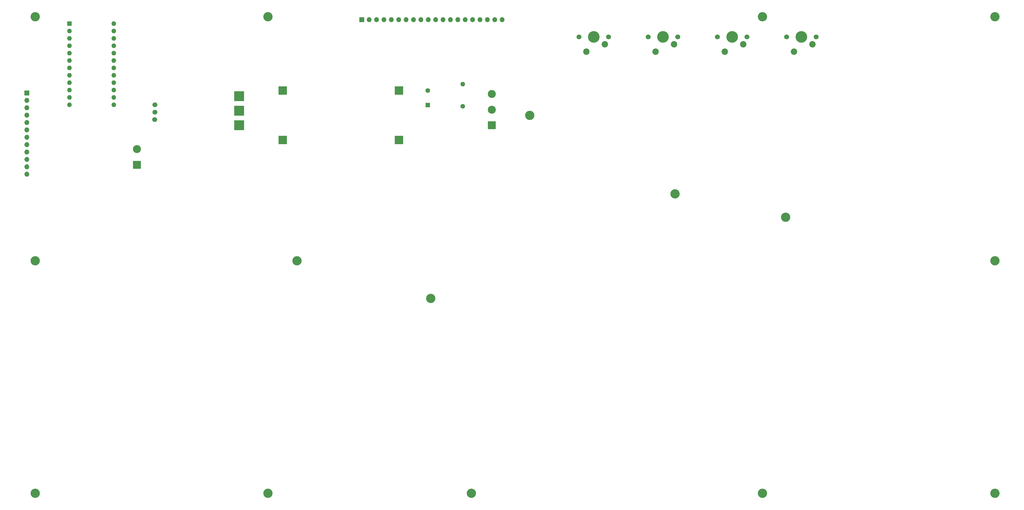
<source format=gts>
G04 #@! TF.GenerationSoftware,KiCad,Pcbnew,8.0.2*
G04 #@! TF.CreationDate,2024-07-25T20:56:57+08:00*
G04 #@! TF.ProjectId,hitbox,68697462-6f78-42e6-9b69-6361645f7063,rev?*
G04 #@! TF.SameCoordinates,Original*
G04 #@! TF.FileFunction,Soldermask,Top*
G04 #@! TF.FilePolarity,Negative*
%FSLAX46Y46*%
G04 Gerber Fmt 4.6, Leading zero omitted, Abs format (unit mm)*
G04 Created by KiCad (PCBNEW 8.0.2) date 2024-07-25 20:56:57*
%MOMM*%
%LPD*%
G01*
G04 APERTURE LIST*
G04 Aperture macros list*
%AMRoundRect*
0 Rectangle with rounded corners*
0 $1 Rounding radius*
0 $2 $3 $4 $5 $6 $7 $8 $9 X,Y pos of 4 corners*
0 Add a 4 corners polygon primitive as box body*
4,1,4,$2,$3,$4,$5,$6,$7,$8,$9,$2,$3,0*
0 Add four circle primitives for the rounded corners*
1,1,$1+$1,$2,$3*
1,1,$1+$1,$4,$5*
1,1,$1+$1,$6,$7*
1,1,$1+$1,$8,$9*
0 Add four rect primitives between the rounded corners*
20,1,$1+$1,$2,$3,$4,$5,0*
20,1,$1+$1,$4,$5,$6,$7,0*
20,1,$1+$1,$6,$7,$8,$9,0*
20,1,$1+$1,$8,$9,$2,$3,0*%
G04 Aperture macros list end*
%ADD10C,3.200000*%
%ADD11C,1.700000*%
%ADD12C,4.000000*%
%ADD13C,2.200000*%
%ADD14R,1.600000X1.600000*%
%ADD15O,1.600000X1.600000*%
%ADD16R,1.700000X1.700000*%
%ADD17O,1.700000X1.700000*%
%ADD18RoundRect,0.250000X1.125000X-1.125000X1.125000X1.125000X-1.125000X1.125000X-1.125000X-1.125000X0*%
%ADD19C,2.750000*%
%ADD20C,1.600000*%
%ADD21R,3.500000X3.500000*%
%ADD22R,3.000000X3.000000*%
G04 APERTURE END LIST*
D10*
X230000000Y-180000000D03*
X-20000000Y-100000000D03*
X230000000Y-16000000D03*
D11*
X248517500Y-23000000D03*
D12*
X243437500Y-23000000D03*
D11*
X238357500Y-23000000D03*
D13*
X240897500Y-28080000D03*
X247247500Y-25540000D03*
D10*
X60000000Y-180000000D03*
X150000000Y-50000000D03*
D11*
X177080000Y-23000000D03*
D12*
X172000000Y-23000000D03*
D11*
X166920000Y-23000000D03*
D13*
X169460000Y-28080000D03*
X175810000Y-25540000D03*
D11*
X200892500Y-23000000D03*
D12*
X195812500Y-23000000D03*
D11*
X190732500Y-23000000D03*
D13*
X193272500Y-28080000D03*
X199622500Y-25540000D03*
D10*
X310000000Y-16000000D03*
D14*
X-8240000Y-18380000D03*
D15*
X-8240000Y-20920000D03*
X-8240000Y-23460000D03*
X-8240000Y-26000000D03*
X-8240000Y-28540000D03*
X-8240000Y-31080000D03*
X-8240000Y-33620000D03*
X-8240000Y-36160000D03*
X-8240000Y-38700000D03*
X-8240000Y-41240000D03*
X-8240000Y-43780000D03*
X-8240000Y-46320000D03*
X7000000Y-46320000D03*
X7000000Y-43780000D03*
X7000000Y-41240000D03*
X7000000Y-38700000D03*
X7000000Y-36160000D03*
X7000000Y-33620000D03*
X7000000Y-31080000D03*
X7000000Y-28540000D03*
X7000000Y-26000000D03*
X7000000Y-23460000D03*
X7000000Y-20920000D03*
X7000000Y-18380000D03*
D10*
X116000000Y-113000000D03*
D11*
X224705000Y-23000000D03*
D12*
X219625000Y-23000000D03*
D11*
X214545000Y-23000000D03*
D13*
X217085000Y-28080000D03*
X223435000Y-25540000D03*
D10*
X310000000Y-180000000D03*
D16*
X-22860000Y-42300000D03*
D17*
X-22860000Y-44840000D03*
X-22860000Y-47380000D03*
X-22860000Y-49920000D03*
X-22860000Y-52460000D03*
X-22860000Y-55000000D03*
X-22860000Y-57540000D03*
X-22860000Y-60080000D03*
X-22860000Y-62620000D03*
X-22860000Y-65160000D03*
X-22860000Y-67700000D03*
X-22860000Y-70240000D03*
D10*
X-20000000Y-16000000D03*
X60000000Y-16000000D03*
D16*
X92300000Y-17000000D03*
D17*
X94840000Y-17000000D03*
X97380000Y-17000000D03*
X99920000Y-17000000D03*
X102460000Y-17000000D03*
X105000000Y-17000000D03*
X107540000Y-17000000D03*
X110080000Y-17000000D03*
X112620000Y-17000000D03*
X115160000Y-17000000D03*
X117700000Y-17000000D03*
X120240000Y-17000000D03*
X122780000Y-17000000D03*
X125320000Y-17000000D03*
X127860000Y-17000000D03*
X130400000Y-17000000D03*
X132940000Y-17000000D03*
X135480000Y-17000000D03*
X138020000Y-17000000D03*
X140560000Y-17000000D03*
D10*
X-20000000Y-180000000D03*
X310000000Y-100000000D03*
X130000000Y-180000000D03*
X200000000Y-77000000D03*
X70000000Y-100000000D03*
X238000000Y-85000000D03*
D18*
X15000000Y-67000000D03*
D19*
X15000000Y-61600000D03*
D14*
X115000000Y-46402651D03*
D20*
X115000000Y-41402651D03*
D18*
X137000000Y-53400000D03*
D19*
X137000000Y-48000000D03*
X137000000Y-42600000D03*
D11*
X21100000Y-51400000D03*
X21180000Y-48860000D03*
X21180000Y-46320000D03*
D21*
X50100000Y-53400000D03*
X50100000Y-48400000D03*
X50100000Y-43400000D03*
D22*
X65100000Y-58400000D03*
X65100000Y-41400000D03*
X105100000Y-58400000D03*
X105100000Y-41400000D03*
D20*
X127000000Y-46810000D03*
D15*
X127000000Y-39190000D03*
M02*

</source>
